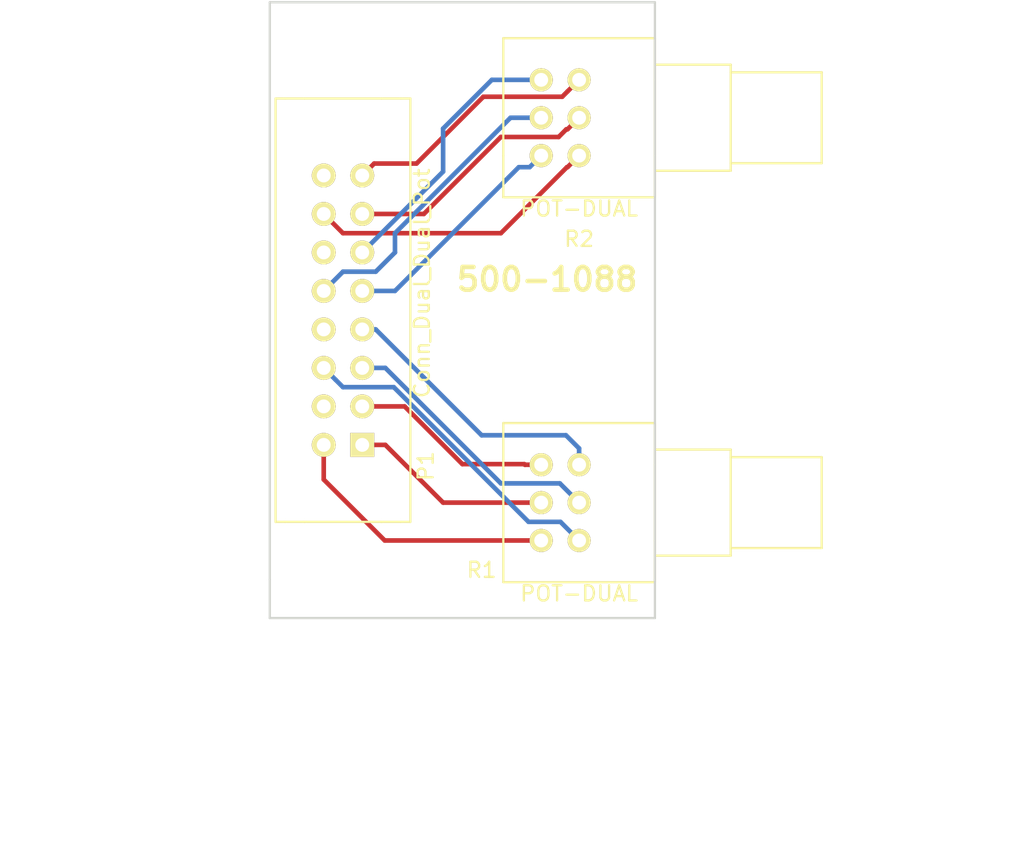
<source format=kicad_pcb>
(kicad_pcb (version 20171130) (host pcbnew "(5.0.1)-3")

  (general
    (thickness 1.6)
    (drawings 10)
    (tracks 57)
    (zones 0)
    (modules 3)
    (nets 13)
  )

  (page A4)
  (layers
    (0 F.Cu signal)
    (31 B.Cu signal)
    (32 B.Adhes user)
    (33 F.Adhes user)
    (34 B.Paste user)
    (35 F.Paste user)
    (36 B.SilkS user)
    (37 F.SilkS user)
    (38 B.Mask user)
    (39 F.Mask user)
    (40 Dwgs.User user)
    (41 Cmts.User user)
    (42 Eco1.User user)
    (43 Eco2.User user)
    (44 Edge.Cuts user)
    (45 Margin user)
    (46 B.CrtYd user)
    (47 F.CrtYd user)
    (48 B.Fab user)
    (49 F.Fab user)
  )

  (setup
    (last_trace_width 0.3048)
    (trace_clearance 0.2)
    (zone_clearance 0.508)
    (zone_45_only no)
    (trace_min 0.2)
    (segment_width 0.2)
    (edge_width 0.15)
    (via_size 0.6)
    (via_drill 0.4)
    (via_min_size 0.4)
    (via_min_drill 0.3)
    (uvia_size 0.3)
    (uvia_drill 0.1)
    (uvias_allowed no)
    (uvia_min_size 0.2)
    (uvia_min_drill 0.1)
    (pcb_text_width 0.3)
    (pcb_text_size 1.5 1.5)
    (mod_edge_width 0.15)
    (mod_text_size 1 1)
    (mod_text_width 0.15)
    (pad_size 1.524 1.524)
    (pad_drill 0.9144)
    (pad_to_mask_clearance 0.2)
    (solder_mask_min_width 0.25)
    (aux_axis_origin 0 0)
    (visible_elements 7FFFFFFF)
    (pcbplotparams
      (layerselection 0x010f0_ffffffff)
      (usegerberextensions false)
      (usegerberattributes false)
      (usegerberadvancedattributes false)
      (creategerberjobfile false)
      (excludeedgelayer true)
      (linewidth 0.100000)
      (plotframeref false)
      (viasonmask false)
      (mode 1)
      (useauxorigin false)
      (hpglpennumber 1)
      (hpglpenspeed 20)
      (hpglpendiameter 15.000000)
      (psnegative false)
      (psa4output false)
      (plotreference true)
      (plotvalue true)
      (plotinvisibletext false)
      (padsonsilk false)
      (subtractmaskfromsilk false)
      (outputformat 1)
      (mirror false)
      (drillshape 0)
      (scaleselection 1)
      (outputdirectory "Fab/"))
  )

  (net 0 "")
  (net 1 "Net-(P1-Pad1)")
  (net 2 "Net-(P1-Pad2)")
  (net 3 "Net-(P1-Pad3)")
  (net 4 "Net-(P1-Pad5)")
  (net 5 "Net-(P1-Pad6)")
  (net 6 "Net-(P1-Pad7)")
  (net 7 "Net-(P1-Pad9)")
  (net 8 "Net-(P1-Pad10)")
  (net 9 "Net-(P1-Pad11)")
  (net 10 "Net-(P1-Pad13)")
  (net 11 "Net-(P1-Pad14)")
  (net 12 "Net-(P1-Pad15)")

  (net_class Default "This is the default net class."
    (clearance 0.2)
    (trace_width 0.3048)
    (via_dia 0.6)
    (via_drill 0.4)
    (uvia_dia 0.3)
    (uvia_drill 0.1)
    (add_net "Net-(P1-Pad1)")
    (add_net "Net-(P1-Pad10)")
    (add_net "Net-(P1-Pad11)")
    (add_net "Net-(P1-Pad13)")
    (add_net "Net-(P1-Pad14)")
    (add_net "Net-(P1-Pad15)")
    (add_net "Net-(P1-Pad2)")
    (add_net "Net-(P1-Pad3)")
    (add_net "Net-(P1-Pad5)")
    (add_net "Net-(P1-Pad6)")
    (add_net "Net-(P1-Pad7)")
    (add_net "Net-(P1-Pad9)")
  )

  (module Footprints:AlphaRD902DualPot (layer F.Cu) (tedit 5C0A038A) (tstamp 56A994E5)
    (at 119.38 116.84)
    (path /56A126B3)
    (fp_text reference R1 (at -11.43 4.445) (layer F.SilkS)
      (effects (font (size 1 1) (thickness 0.15)))
    )
    (fp_text value POT-DUAL (at -5 6) (layer F.SilkS)
      (effects (font (size 1 1) (thickness 0.15)))
    )
    (fp_line (start 5 -3) (end 11 -3) (layer F.SilkS) (width 0.15))
    (fp_line (start 11 -3) (end 11 3) (layer F.SilkS) (width 0.15))
    (fp_line (start 11 3) (end 5 3) (layer F.SilkS) (width 0.15))
    (fp_line (start 0 -3.5) (end 5 -3.5) (layer F.SilkS) (width 0.15))
    (fp_line (start 5 -3.5) (end 5 3.5) (layer F.SilkS) (width 0.15))
    (fp_line (start 5 3.5) (end 0 3.5) (layer F.SilkS) (width 0.15))
    (fp_line (start 0 2.5) (end 0 5.25) (layer F.SilkS) (width 0.15))
    (fp_line (start 0 5.25) (end -10 5.25) (layer F.SilkS) (width 0.15))
    (fp_line (start -10 5.25) (end -10 2.5) (layer F.SilkS) (width 0.15))
    (fp_line (start -10 -2.5) (end -10 -5.25) (layer F.SilkS) (width 0.15))
    (fp_line (start -10 -5.25) (end 0 -5.25) (layer F.SilkS) (width 0.15))
    (fp_line (start 0 -5.25) (end 0 -2.5) (layer F.SilkS) (width 0.15))
    (fp_line (start -10 2.5) (end -10 -2.5) (layer F.SilkS) (width 0.15))
    (fp_line (start 0 -2.5) (end 0 2.5) (layer F.SilkS) (width 0.15))
    (pad 2 thru_hole circle (at -5 0) (size 1.524 1.524) (drill 0.9144) (layers *.Cu *.Mask F.SilkS)
      (net 4 "Net-(P1-Pad5)"))
    (pad 3 thru_hole circle (at -5 -2.5) (size 1.524 1.524) (drill 0.9144) (layers *.Cu *.Mask F.SilkS)
      (net 6 "Net-(P1-Pad7)"))
    (pad 1 thru_hole circle (at -5 2.5) (size 1.524 1.524) (drill 0.9144) (layers *.Cu *.Mask F.SilkS)
      (net 5 "Net-(P1-Pad6)"))
    (pad 4 thru_hole circle (at -7.5 2.5) (size 1.524 1.524) (drill 0.9144) (layers *.Cu *.Mask F.SilkS)
      (net 2 "Net-(P1-Pad2)"))
    (pad 5 thru_hole circle (at -7.5 0) (size 1.524 1.524) (drill 0.9144) (layers *.Cu *.Mask F.SilkS)
      (net 1 "Net-(P1-Pad1)"))
    (pad 6 thru_hole circle (at -7.5 -2.5) (size 1.524 1.524) (drill 0.9144) (layers *.Cu *.Mask F.SilkS)
      (net 3 "Net-(P1-Pad3)"))
  )

  (module Footprints:AlphaRD902DualPot (layer F.Cu) (tedit 5C0A0344) (tstamp 56A994FD)
    (at 119.38 91.44)
    (path /56A127A8)
    (fp_text reference R2 (at -5 8) (layer F.SilkS)
      (effects (font (size 1 1) (thickness 0.15)))
    )
    (fp_text value POT-DUAL (at -5 6) (layer F.SilkS)
      (effects (font (size 1 1) (thickness 0.15)))
    )
    (fp_line (start 5 -3) (end 11 -3) (layer F.SilkS) (width 0.15))
    (fp_line (start 11 -3) (end 11 3) (layer F.SilkS) (width 0.15))
    (fp_line (start 11 3) (end 5 3) (layer F.SilkS) (width 0.15))
    (fp_line (start 0 -3.5) (end 5 -3.5) (layer F.SilkS) (width 0.15))
    (fp_line (start 5 -3.5) (end 5 3.5) (layer F.SilkS) (width 0.15))
    (fp_line (start 5 3.5) (end 0 3.5) (layer F.SilkS) (width 0.15))
    (fp_line (start 0 2.5) (end 0 5.25) (layer F.SilkS) (width 0.15))
    (fp_line (start 0 5.25) (end -10 5.25) (layer F.SilkS) (width 0.15))
    (fp_line (start -10 5.25) (end -10 2.5) (layer F.SilkS) (width 0.15))
    (fp_line (start -10 -2.5) (end -10 -5.25) (layer F.SilkS) (width 0.15))
    (fp_line (start -10 -5.25) (end 0 -5.25) (layer F.SilkS) (width 0.15))
    (fp_line (start 0 -5.25) (end 0 -2.5) (layer F.SilkS) (width 0.15))
    (fp_line (start -10 2.5) (end -10 -2.5) (layer F.SilkS) (width 0.15))
    (fp_line (start 0 -2.5) (end 0 2.5) (layer F.SilkS) (width 0.15))
    (pad 2 thru_hole circle (at -5 0) (size 1.524 1.524) (drill 0.9144) (layers *.Cu *.Mask F.SilkS)
      (net 10 "Net-(P1-Pad13)"))
    (pad 3 thru_hole circle (at -5 -2.5) (size 1.524 1.524) (drill 0.9144) (layers *.Cu *.Mask F.SilkS)
      (net 12 "Net-(P1-Pad15)"))
    (pad 1 thru_hole circle (at -5 2.5) (size 1.524 1.524) (drill 0.9144) (layers *.Cu *.Mask F.SilkS)
      (net 11 "Net-(P1-Pad14)"))
    (pad 4 thru_hole circle (at -7.5 2.5) (size 1.524 1.524) (drill 0.9144) (layers *.Cu *.Mask F.SilkS)
      (net 7 "Net-(P1-Pad9)"))
    (pad 5 thru_hole circle (at -7.5 0) (size 1.524 1.524) (drill 0.9144) (layers *.Cu *.Mask F.SilkS)
      (net 8 "Net-(P1-Pad10)"))
    (pad 6 thru_hole circle (at -7.5 -2.5) (size 1.524 1.524) (drill 0.9144) (layers *.Cu *.Mask F.SilkS)
      (net 9 "Net-(P1-Pad11)"))
  )

  (module FootPrints:IDC8x2_Vert (layer F.Cu) (tedit 58C886C8) (tstamp 5C0B1AA5)
    (at 98.806 104.14 270)
    (path /56A540E0)
    (fp_text reference P1 (at 10.287 -5.461 270) (layer F.SilkS)
      (effects (font (size 1 1) (thickness 0.15)))
    )
    (fp_text value Conn_Dual_Dual_Pot (at -1.778 -5.207 270) (layer F.SilkS)
      (effects (font (size 1 1) (thickness 0.15)))
    )
    (fp_line (start -13.97 3.81) (end -13.97 4.445) (layer F.SilkS) (width 0.15))
    (fp_line (start -13.97 4.445) (end 13.97 4.445) (layer F.SilkS) (width 0.15))
    (fp_line (start 13.97 4.445) (end 13.97 3.81) (layer F.SilkS) (width 0.15))
    (fp_line (start 13.97 -3.81) (end 13.97 -4.445) (layer F.SilkS) (width 0.15))
    (fp_line (start 13.97 -4.445) (end -13.97 -4.445) (layer F.SilkS) (width 0.15))
    (fp_line (start -13.97 -4.445) (end -13.97 -3.81) (layer F.SilkS) (width 0.15))
    (fp_line (start 13.97 2.54) (end 13.97 3.81) (layer F.SilkS) (width 0.15))
    (fp_line (start -13.97 3.81) (end -13.97 2.54) (layer F.SilkS) (width 0.15))
    (fp_line (start -13.97 -2.54) (end -13.97 -3.81) (layer F.SilkS) (width 0.15))
    (fp_line (start 13.97 -3.81) (end 13.97 -2.54) (layer F.SilkS) (width 0.15))
    (fp_line (start -13.97 2.54) (end -13.97 -2.54) (layer F.SilkS) (width 0.15))
    (fp_line (start 13.97 -2.54) (end 13.97 2.54) (layer F.SilkS) (width 0.15))
    (pad 1 thru_hole rect (at 8.89 -1.27 270) (size 1.5748 1.5748) (drill 0.9144) (layers *.Cu *.Mask F.SilkS)
      (net 1 "Net-(P1-Pad1)"))
    (pad 2 thru_hole circle (at 8.89 1.27 270) (size 1.5748 1.5748) (drill 0.9144) (layers *.Cu *.Mask F.SilkS)
      (net 2 "Net-(P1-Pad2)"))
    (pad 3 thru_hole circle (at 6.35 -1.27 270) (size 1.5748 1.5748) (drill 0.9144) (layers *.Cu *.Mask F.SilkS)
      (net 3 "Net-(P1-Pad3)"))
    (pad 4 thru_hole circle (at 6.35 1.27 270) (size 1.5748 1.5748) (drill 0.9144) (layers *.Cu *.Mask F.SilkS))
    (pad 5 thru_hole circle (at 3.81 -1.27 270) (size 1.5748 1.5748) (drill 0.9144) (layers *.Cu *.Mask F.SilkS)
      (net 4 "Net-(P1-Pad5)"))
    (pad 6 thru_hole circle (at 3.81 1.27 270) (size 1.5748 1.5748) (drill 0.9144) (layers *.Cu *.Mask F.SilkS)
      (net 5 "Net-(P1-Pad6)"))
    (pad 7 thru_hole circle (at 1.27 -1.27 270) (size 1.5748 1.5748) (drill 0.9144) (layers *.Cu *.Mask F.SilkS)
      (net 6 "Net-(P1-Pad7)"))
    (pad 8 thru_hole circle (at 1.27 1.27 270) (size 1.5748 1.5748) (drill 0.9144) (layers *.Cu *.Mask F.SilkS))
    (pad 9 thru_hole circle (at -1.27 -1.27 270) (size 1.5748 1.5748) (drill 0.9144) (layers *.Cu *.Mask F.SilkS)
      (net 7 "Net-(P1-Pad9)"))
    (pad 10 thru_hole circle (at -1.27 1.27 270) (size 1.5748 1.5748) (drill 0.9144) (layers *.Cu *.Mask F.SilkS)
      (net 8 "Net-(P1-Pad10)"))
    (pad 11 thru_hole circle (at -3.81 -1.27 270) (size 1.5748 1.5748) (drill 0.9144) (layers *.Cu *.Mask F.SilkS)
      (net 9 "Net-(P1-Pad11)"))
    (pad 12 thru_hole circle (at -3.81 1.27 270) (size 1.5748 1.5748) (drill 0.9144) (layers *.Cu *.Mask F.SilkS))
    (pad 13 thru_hole circle (at -6.35 -1.27 270) (size 1.5748 1.5748) (drill 0.9144) (layers *.Cu *.Mask F.SilkS)
      (net 10 "Net-(P1-Pad13)"))
    (pad 14 thru_hole circle (at -6.35 1.27 270) (size 1.5748 1.5748) (drill 0.9144) (layers *.Cu *.Mask F.SilkS)
      (net 11 "Net-(P1-Pad14)"))
    (pad 15 thru_hole circle (at -8.89 -1.27 270) (size 1.5748 1.5748) (drill 0.9144) (layers *.Cu *.Mask F.SilkS)
      (net 12 "Net-(P1-Pad15)"))
    (pad 16 thru_hole circle (at -8.89 1.27 270) (size 1.5748 1.5748) (drill 0.9144) (layers *.Cu *.Mask F.SilkS))
  )

  (gr_text 500-1088 (at 112.268 102.108) (layer F.SilkS)
    (effects (font (size 1.5 1.5) (thickness 0.3)))
  )
  (dimension 25.4 (width 0.3) (layer F.Fab)
    (gr_text "1.0000 in" (at 141.05 104.14 270) (layer F.Fab)
      (effects (font (size 1.5 1.5) (thickness 0.3)))
    )
    (feature1 (pts (xy 133.35 116.84) (xy 142.4 116.84)))
    (feature2 (pts (xy 133.35 91.44) (xy 142.4 91.44)))
    (crossbar (pts (xy 139.7 91.44) (xy 139.7 116.84)))
    (arrow1a (pts (xy 139.7 116.84) (xy 139.113579 115.713496)))
    (arrow1b (pts (xy 139.7 116.84) (xy 140.286421 115.713496)))
    (arrow2a (pts (xy 139.7 91.44) (xy 139.113579 92.566504)))
    (arrow2b (pts (xy 139.7 91.44) (xy 140.286421 92.566504)))
  )
  (dimension 40.64 (width 0.3) (layer F.Fab)
    (gr_text "1.6000 in" (at 82.47 104.14 270) (layer F.Fab)
      (effects (font (size 1.5 1.5) (thickness 0.3)))
    )
    (feature1 (pts (xy 91.44 124.46) (xy 81.12 124.46)))
    (feature2 (pts (xy 91.44 83.82) (xy 81.12 83.82)))
    (crossbar (pts (xy 83.82 83.82) (xy 83.82 124.46)))
    (arrow1a (pts (xy 83.82 124.46) (xy 83.233579 123.333496)))
    (arrow1b (pts (xy 83.82 124.46) (xy 84.406421 123.333496)))
    (arrow2a (pts (xy 83.82 83.82) (xy 83.233579 84.946504)))
    (arrow2b (pts (xy 83.82 83.82) (xy 84.406421 84.946504)))
  )
  (dimension 25.4 (width 0.3) (layer F.Fab)
    (gr_text "1.0000 in" (at 106.68 141.05) (layer F.Fab)
      (effects (font (size 1.5 1.5) (thickness 0.3)))
    )
    (feature1 (pts (xy 119.38 132.08) (xy 119.38 142.4)))
    (feature2 (pts (xy 93.98 132.08) (xy 93.98 142.4)))
    (crossbar (pts (xy 93.98 139.7) (xy 119.38 139.7)))
    (arrow1a (pts (xy 119.38 139.7) (xy 118.253496 140.286421)))
    (arrow1b (pts (xy 119.38 139.7) (xy 118.253496 139.113579)))
    (arrow2a (pts (xy 93.98 139.7) (xy 95.106504 140.286421)))
    (arrow2b (pts (xy 93.98 139.7) (xy 95.106504 139.113579)))
  )
  (gr_line (start 119.38 121.92) (end 119.38 124.46) (angle 90) (layer Edge.Cuts) (width 0.15))
  (gr_line (start 93.98 121.92) (end 93.98 124.46) (angle 90) (layer Edge.Cuts) (width 0.15))
  (gr_line (start 93.98 83.82) (end 119.38 83.82) (angle 90) (layer Edge.Cuts) (width 0.15))
  (gr_line (start 93.98 121.92) (end 93.98 83.82) (angle 90) (layer Edge.Cuts) (width 0.15))
  (gr_line (start 119.38 124.46) (end 93.98 124.46) (angle 90) (layer Edge.Cuts) (width 0.15))
  (gr_line (start 119.38 83.82) (end 119.38 121.92) (angle 90) (layer Edge.Cuts) (width 0.15))

  (segment (start 101.6 113.03) (end 100.076 113.03) (width 0.3048) (layer F.Cu) (net 1))
  (segment (start 111.88 116.84) (end 105.41 116.84) (width 0.3048) (layer F.Cu) (net 1))
  (segment (start 105.41 116.84) (end 101.6 113.03) (width 0.3048) (layer F.Cu) (net 1))
  (segment (start 111.88 119.34) (end 101.56 119.34) (width 0.3048) (layer F.Cu) (net 2))
  (segment (start 97.536 115.316) (end 97.536 113.03) (width 0.3048) (layer F.Cu) (net 2))
  (segment (start 101.56 119.34) (end 97.536 115.316) (width 0.3048) (layer F.Cu) (net 2))
  (segment (start 110.80237 114.34) (end 110.76237 114.3) (width 0.3048) (layer F.Cu) (net 3))
  (segment (start 111.88 114.34) (end 110.80237 114.34) (width 0.3048) (layer F.Cu) (net 3))
  (segment (start 110.76237 114.3) (end 106.68 114.3) (width 0.3048) (layer F.Cu) (net 3))
  (segment (start 106.68 114.3) (end 102.87 110.49) (width 0.3048) (layer F.Cu) (net 3))
  (segment (start 102.87 110.49) (end 100.076 110.49) (width 0.3048) (layer F.Cu) (net 3))
  (segment (start 101.6 107.95) (end 100.076 107.95) (width 0.3048) (layer B.Cu) (net 4))
  (segment (start 109.22 115.57) (end 101.6 107.95) (width 0.3048) (layer B.Cu) (net 4))
  (segment (start 114.38 116.84) (end 113.11 115.57) (width 0.3048) (layer B.Cu) (net 4))
  (segment (start 113.11 115.57) (end 109.22 115.57) (width 0.3048) (layer B.Cu) (net 4))
  (segment (start 98.806 109.22) (end 98.323399 108.737399) (width 0.3048) (layer B.Cu) (net 5))
  (segment (start 98.323399 108.737399) (end 97.536 107.95) (width 0.3048) (layer B.Cu) (net 5))
  (segment (start 102.15609 109.22) (end 98.806 109.22) (width 0.3048) (layer B.Cu) (net 5))
  (segment (start 113.15 118.11) (end 111.04609 118.11) (width 0.3048) (layer B.Cu) (net 5))
  (segment (start 111.04609 118.11) (end 102.15609 109.22) (width 0.3048) (layer B.Cu) (net 5))
  (segment (start 114.38 119.34) (end 113.15 118.11) (width 0.3048) (layer B.Cu) (net 5))
  (segment (start 114.38 113.26237) (end 113.51263 112.395) (width 0.3048) (layer B.Cu) (net 6))
  (segment (start 114.38 114.34) (end 114.38 113.26237) (width 0.3048) (layer B.Cu) (net 6))
  (segment (start 113.51263 112.395) (end 107.95 112.395) (width 0.3048) (layer B.Cu) (net 6))
  (segment (start 107.95 112.395) (end 100.965 105.41) (width 0.3048) (layer B.Cu) (net 6))
  (segment (start 100.965 105.41) (end 100.076 105.41) (width 0.3048) (layer B.Cu) (net 6))
  (segment (start 111.118001 94.701999) (end 110.403001 94.701999) (width 0.3048) (layer B.Cu) (net 7))
  (segment (start 111.88 93.94) (end 111.118001 94.701999) (width 0.3048) (layer B.Cu) (net 7))
  (segment (start 102.235 102.87) (end 100.076 102.87) (width 0.3048) (layer B.Cu) (net 7))
  (segment (start 110.403001 94.701999) (end 102.235 102.87) (width 0.3048) (layer B.Cu) (net 7))
  (segment (start 111.88 91.44) (end 109.855 91.44) (width 0.3048) (layer B.Cu) (net 8))
  (segment (start 109.855 91.44) (end 102.235 99.06) (width 0.3048) (layer B.Cu) (net 8))
  (segment (start 102.235 99.06) (end 102.235 100.33) (width 0.3048) (layer B.Cu) (net 8))
  (segment (start 102.235 100.33) (end 100.965 101.6) (width 0.3048) (layer B.Cu) (net 8))
  (segment (start 98.806 101.6) (end 97.536 102.87) (width 0.3048) (layer B.Cu) (net 8))
  (segment (start 100.965 101.6) (end 98.806 101.6) (width 0.3048) (layer B.Cu) (net 8))
  (segment (start 111.88 88.94) (end 108.625 88.94) (width 0.3048) (layer B.Cu) (net 9))
  (segment (start 108.625 88.94) (end 105.41 92.155) (width 0.3048) (layer B.Cu) (net 9))
  (segment (start 105.41 94.996) (end 100.076 100.33) (width 0.3048) (layer B.Cu) (net 9))
  (segment (start 105.41 92.155) (end 105.41 94.996) (width 0.3048) (layer B.Cu) (net 9))
  (segment (start 113.618001 92.201999) (end 113.538001 92.201999) (width 0.3048) (layer F.Cu) (net 10))
  (segment (start 114.38 91.44) (end 113.618001 92.201999) (width 0.3048) (layer F.Cu) (net 10))
  (segment (start 113.538001 92.201999) (end 113.03 92.71) (width 0.3048) (layer F.Cu) (net 10))
  (segment (start 113.03 92.71) (end 109.22 92.71) (width 0.3048) (layer F.Cu) (net 10))
  (segment (start 104.14 97.79) (end 100.076 97.79) (width 0.3048) (layer F.Cu) (net 10))
  (segment (start 109.22 92.71) (end 104.14 97.79) (width 0.3048) (layer F.Cu) (net 10))
  (segment (start 113.618001 94.701999) (end 113.578001 94.701999) (width 0.3048) (layer F.Cu) (net 11))
  (segment (start 114.38 93.94) (end 113.618001 94.701999) (width 0.3048) (layer F.Cu) (net 11))
  (segment (start 113.578001 94.701999) (end 109.22 99.06) (width 0.3048) (layer F.Cu) (net 11))
  (segment (start 98.806 99.06) (end 97.536 97.79) (width 0.3048) (layer F.Cu) (net 11))
  (segment (start 109.22 99.06) (end 98.806 99.06) (width 0.3048) (layer F.Cu) (net 11))
  (segment (start 100.863399 94.462601) (end 103.657399 94.462601) (width 0.3048) (layer F.Cu) (net 12))
  (segment (start 100.076 95.25) (end 100.863399 94.462601) (width 0.3048) (layer F.Cu) (net 12))
  (segment (start 113.618001 89.701999) (end 114.38 88.94) (width 0.3048) (layer F.Cu) (net 12))
  (segment (start 113.265599 90.054401) (end 113.618001 89.701999) (width 0.3048) (layer F.Cu) (net 12))
  (segment (start 108.065599 90.054401) (end 113.265599 90.054401) (width 0.3048) (layer F.Cu) (net 12))
  (segment (start 103.657399 94.462601) (end 108.065599 90.054401) (width 0.3048) (layer F.Cu) (net 12))

)

</source>
